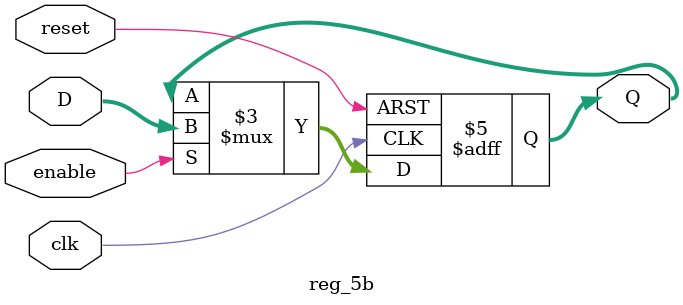
<source format=sv>
module reg_5b(
    input   logic        clk,
    input   logic        reset,
    input   logic        enable,
    input   logic [4:0]  D,
    output  logic [4:0]  Q
);

    always_ff @(posedge clk, posedge reset) begin
        if (reset)
            Q <= 5'b0;
        else if (enable)
            Q <= D;
        else
            Q <= Q;
    end

endmodule
</source>
